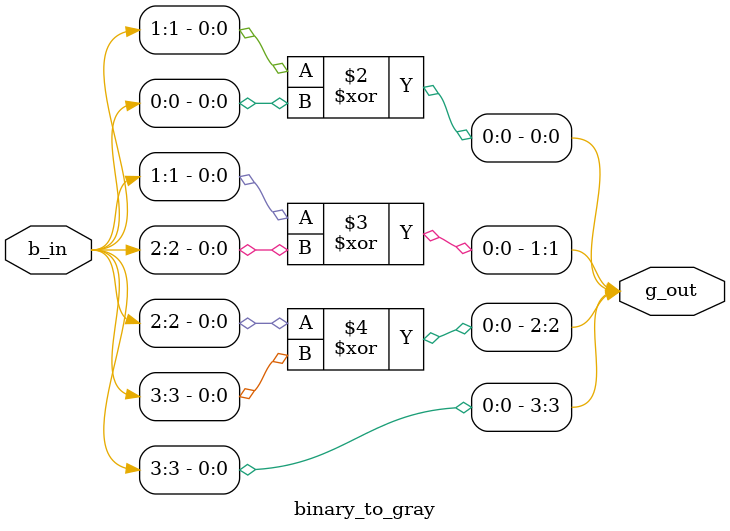
<source format=sv>
module binary_to_gray(b_in, g_out);
  input logic [3:0] b_in;
  output logic [3:0] g_out;
  always_comb begin
    g_out[0] = b_in[1] ^ b_in[0];
    g_out[1] = b_in[1] ^ b_in[2];
    g_out[2] = b_in[2] ^ b_in[3];
    g_out[3] = b_in[3];
  end
endmodule

</source>
